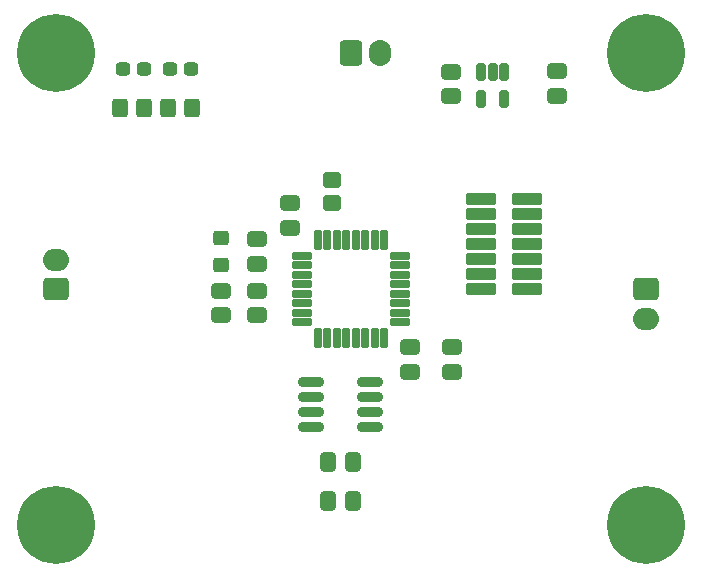
<source format=gbr>
%TF.GenerationSoftware,KiCad,Pcbnew,(7.0.0)*%
%TF.CreationDate,2023-02-16T16:54:55+01:00*%
%TF.ProjectId,STM32_hardware,53544d33-325f-4686-9172-64776172652e,rev?*%
%TF.SameCoordinates,Original*%
%TF.FileFunction,Soldermask,Top*%
%TF.FilePolarity,Negative*%
%FSLAX46Y46*%
G04 Gerber Fmt 4.6, Leading zero omitted, Abs format (unit mm)*
G04 Created by KiCad (PCBNEW (7.0.0)) date 2023-02-16 16:54:55*
%MOMM*%
%LPD*%
G01*
G04 APERTURE LIST*
G04 Aperture macros list*
%AMRoundRect*
0 Rectangle with rounded corners*
0 $1 Rounding radius*
0 $2 $3 $4 $5 $6 $7 $8 $9 X,Y pos of 4 corners*
0 Add a 4 corners polygon primitive as box body*
4,1,4,$2,$3,$4,$5,$6,$7,$8,$9,$2,$3,0*
0 Add four circle primitives for the rounded corners*
1,1,$1+$1,$2,$3*
1,1,$1+$1,$4,$5*
1,1,$1+$1,$6,$7*
1,1,$1+$1,$8,$9*
0 Add four rect primitives between the rounded corners*
20,1,$1+$1,$2,$3,$4,$5,0*
20,1,$1+$1,$4,$5,$6,$7,0*
20,1,$1+$1,$6,$7,$8,$9,0*
20,1,$1+$1,$8,$9,$2,$3,0*%
G04 Aperture macros list end*
%ADD10C,6.600000*%
%ADD11RoundRect,0.350000X0.750000X-0.600000X0.750000X0.600000X-0.750000X0.600000X-0.750000X-0.600000X0*%
%ADD12O,2.200000X1.900000*%
%ADD13RoundRect,0.250000X0.825000X0.150000X-0.825000X0.150000X-0.825000X-0.150000X0.825000X-0.150000X0*%
%ADD14RoundRect,0.337500X0.287500X0.237500X-0.287500X0.237500X-0.287500X-0.237500X0.287500X-0.237500X0*%
%ADD15RoundRect,0.350000X-0.475000X0.337500X-0.475000X-0.337500X0.475000X-0.337500X0.475000X0.337500X0*%
%ADD16RoundRect,0.350000X0.450000X-0.350000X0.450000X0.350000X-0.450000X0.350000X-0.450000X-0.350000X0*%
%ADD17RoundRect,0.350000X0.337500X0.475000X-0.337500X0.475000X-0.337500X-0.475000X0.337500X-0.475000X0*%
%ADD18RoundRect,0.350000X0.475000X-0.337500X0.475000X0.337500X-0.475000X0.337500X-0.475000X-0.337500X0*%
%ADD19RoundRect,0.350000X0.350000X0.450000X-0.350000X0.450000X-0.350000X-0.450000X0.350000X-0.450000X0*%
%ADD20RoundRect,0.350000X-0.350000X0.275000X-0.350000X-0.275000X0.350000X-0.275000X0.350000X0.275000X0*%
%ADD21RoundRect,0.100000X-1.200000X-0.370000X1.200000X-0.370000X1.200000X0.370000X-1.200000X0.370000X0*%
%ADD22RoundRect,0.350000X-0.750000X0.600000X-0.750000X-0.600000X0.750000X-0.600000X0.750000X0.600000X0*%
%ADD23RoundRect,0.250000X-0.150000X0.512500X-0.150000X-0.512500X0.150000X-0.512500X0.150000X0.512500X0*%
%ADD24RoundRect,0.350000X-0.600000X-0.750000X0.600000X-0.750000X0.600000X0.750000X-0.600000X0.750000X0*%
%ADD25O,1.900000X2.200000*%
%ADD26RoundRect,0.225000X-0.625000X-0.125000X0.625000X-0.125000X0.625000X0.125000X-0.625000X0.125000X0*%
%ADD27RoundRect,0.225000X-0.125000X-0.625000X0.125000X-0.625000X0.125000X0.625000X-0.125000X0.625000X0*%
G04 APERTURE END LIST*
D10*
%TO.C,H4*%
X149060000Y-84377458D03*
%TD*%
%TO.C,H3*%
X99060000Y-84377458D03*
%TD*%
%TO.C,H2*%
X149060000Y-44377458D03*
%TD*%
%TO.C,H1*%
X99060000Y-44377458D03*
%TD*%
D11*
%TO.C,J4*%
X99060000Y-64377458D03*
D12*
X99059999Y-61877457D03*
%TD*%
D13*
%TO.C,U2*%
X125665000Y-76073000D03*
X125665000Y-74803000D03*
X125665000Y-73533000D03*
X125665000Y-72263000D03*
X120715000Y-72263000D03*
X120715000Y-73533000D03*
X120715000Y-74803000D03*
X120715000Y-76073000D03*
%TD*%
D14*
%TO.C,D1*%
X106539000Y-45720000D03*
X104789000Y-45720000D03*
%TD*%
D15*
%TO.C,C1*%
X132588000Y-71395500D03*
X132588000Y-69320500D03*
%TD*%
%TO.C,C5*%
X116078000Y-64516000D03*
X116078000Y-66591000D03*
%TD*%
D16*
%TO.C,R2*%
X122428000Y-57134000D03*
X122428000Y-55134000D03*
%TD*%
D17*
%TO.C,C10*%
X124227500Y-82296000D03*
X122152500Y-82296000D03*
%TD*%
D18*
%TO.C,C8*%
X141500000Y-45925000D03*
X141500000Y-48000000D03*
%TD*%
D19*
%TO.C,R1*%
X106535000Y-49022000D03*
X104535000Y-49022000D03*
%TD*%
D15*
%TO.C,C4*%
X113030000Y-64516000D03*
X113030000Y-66591000D03*
%TD*%
D14*
%TO.C,D3*%
X108740000Y-45720000D03*
X110490000Y-45720000D03*
%TD*%
D20*
%TO.C,L1*%
X113030000Y-60064000D03*
X113030000Y-62364000D03*
%TD*%
D21*
%TO.C,J1*%
X135100000Y-56730000D03*
X139000000Y-56730000D03*
X135100000Y-58000000D03*
X139000000Y-58000000D03*
X135100000Y-59270000D03*
X139000000Y-59270000D03*
X135100000Y-60540000D03*
X139000000Y-60540000D03*
X135100000Y-61810000D03*
X139000000Y-61810000D03*
X135100000Y-63080000D03*
X139000000Y-63080000D03*
X135100000Y-64350000D03*
X139000000Y-64350000D03*
%TD*%
D15*
%TO.C,C7*%
X132500000Y-46000000D03*
X132500000Y-48075000D03*
%TD*%
D22*
%TO.C,J3*%
X149060000Y-64377458D03*
D12*
X149059999Y-66877457D03*
%TD*%
D19*
%TO.C,R4*%
X110599000Y-49022000D03*
X108599000Y-49022000D03*
%TD*%
D18*
%TO.C,C2*%
X118872000Y-59203500D03*
X118872000Y-57128500D03*
%TD*%
%TO.C,C6*%
X116078000Y-60176500D03*
X116078000Y-62251500D03*
%TD*%
D15*
%TO.C,C3*%
X129032000Y-69320500D03*
X129032000Y-71395500D03*
%TD*%
D23*
%TO.C,U3*%
X137000000Y-48275000D03*
X135100000Y-48275000D03*
X135100000Y-46000000D03*
X136050000Y-46000000D03*
X137000000Y-46000000D03*
%TD*%
D24*
%TO.C,J2*%
X124060000Y-44377458D03*
D25*
X126559999Y-44377457D03*
%TD*%
D17*
%TO.C,C9*%
X124227500Y-78994000D03*
X122152500Y-78994000D03*
%TD*%
D26*
%TO.C,U1*%
X119885000Y-61577458D03*
X119885000Y-62377458D03*
X119885000Y-63177458D03*
X119885000Y-63977458D03*
X119885000Y-64777458D03*
X119885000Y-65577458D03*
X119885000Y-66377458D03*
X119885000Y-67177458D03*
D27*
X121260000Y-68552458D03*
X122060000Y-68552458D03*
X122860000Y-68552458D03*
X123660000Y-68552458D03*
X124460000Y-68552458D03*
X125260000Y-68552458D03*
X126060000Y-68552458D03*
X126860000Y-68552458D03*
D26*
X128235000Y-67177458D03*
X128235000Y-66377458D03*
X128235000Y-65577458D03*
X128235000Y-64777458D03*
X128235000Y-63977458D03*
X128235000Y-63177458D03*
X128235000Y-62377458D03*
X128235000Y-61577458D03*
D27*
X126860000Y-60202458D03*
X126060000Y-60202458D03*
X125260000Y-60202458D03*
X124460000Y-60202458D03*
X123660000Y-60202458D03*
X122860000Y-60202458D03*
X122060000Y-60202458D03*
X121260000Y-60202458D03*
%TD*%
M02*

</source>
